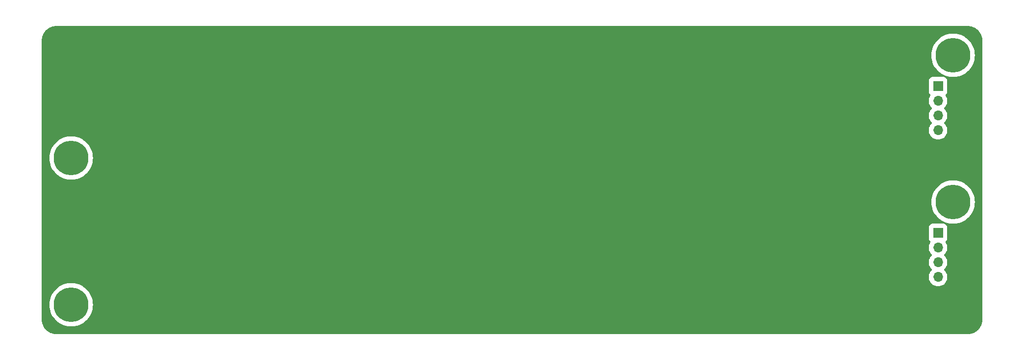
<source format=gbr>
%TF.GenerationSoftware,KiCad,Pcbnew,7.0.5*%
%TF.CreationDate,2025-04-03T03:30:23-04:00*%
%TF.ProjectId,fuck_it_stepper_2,6675636b-5f69-4745-9f73-746570706572,rev?*%
%TF.SameCoordinates,Original*%
%TF.FileFunction,Copper,L2,Bot*%
%TF.FilePolarity,Positive*%
%FSLAX46Y46*%
G04 Gerber Fmt 4.6, Leading zero omitted, Abs format (unit mm)*
G04 Created by KiCad (PCBNEW 7.0.5) date 2025-04-03 03:30:23*
%MOMM*%
%LPD*%
G01*
G04 APERTURE LIST*
%TA.AperFunction,ComponentPad*%
%ADD10R,1.700000X1.700000*%
%TD*%
%TA.AperFunction,ComponentPad*%
%ADD11O,1.700000X1.700000*%
%TD*%
%TA.AperFunction,ViaPad*%
%ADD12C,0.800000*%
%TD*%
%TA.AperFunction,ViaPad*%
%ADD13C,6.000000*%
%TD*%
G04 APERTURE END LIST*
D10*
%TO.P,J2,1,Pin_1*%
%TO.N,/H-bridge/input_i_sns_1*%
X190443000Y-56144000D03*
D11*
%TO.P,J2,2,Pin_2*%
%TO.N,/H-bridge/inject_OC_thresh_1*%
X190443000Y-58684000D03*
%TO.P,J2,3,Pin_3*%
%TO.N,/H-bridge/enable_n_1_cmos*%
X190443000Y-61224000D03*
%TO.P,J2,4,Pin_4*%
%TO.N,/H-bridge/v_sns_1*%
X190443000Y-63764000D03*
%TD*%
D10*
%TO.P,J1,1,Pin_1*%
%TO.N,/H-bridge/input_i_sns_0*%
X190443000Y-30744000D03*
D11*
%TO.P,J1,2,Pin_2*%
%TO.N,/H-bridge/inject_OC_thresh_0*%
X190443000Y-33284000D03*
%TO.P,J1,3,Pin_3*%
%TO.N,/H-bridge/enable_n_0_cmos*%
X190443000Y-35824000D03*
%TO.P,J1,4,Pin_4*%
%TO.N,/H-bridge/v_sns_0*%
X190443000Y-38364000D03*
%TD*%
D12*
%TO.N,GND*%
X177038000Y-64516000D03*
X176022000Y-64516000D03*
X175006000Y-64516000D03*
X177292000Y-39116000D03*
X176276000Y-39116000D03*
X175260000Y-39116000D03*
X155956000Y-71374000D03*
X157988000Y-71374000D03*
X156972000Y-71374000D03*
X158750000Y-70358000D03*
X158750000Y-68326000D03*
X158750000Y-69342000D03*
X155956000Y-45974000D03*
X157988000Y-45974000D03*
X156972000Y-45974000D03*
X159258000Y-44958000D03*
X159258000Y-43942000D03*
X159258000Y-42926000D03*
X162306000Y-38608000D03*
X162306000Y-64008000D03*
X175260000Y-68580000D03*
X175006000Y-43180000D03*
X175006000Y-33020000D03*
X175006000Y-57912000D03*
D13*
X193040000Y-43180000D03*
%TO.N,/H-bridge/5v_1*%
X40640000Y-68580000D03*
%TO.N,+12V*%
X193040000Y-50800000D03*
%TO.N,GND*%
X40640000Y-50800000D03*
X40640000Y-25400000D03*
%TO.N,/H-bridge/5v_0*%
X40640000Y-43180000D03*
%TO.N,+12V*%
X193040000Y-25400000D03*
%TO.N,GND*%
X193040001Y-68580000D03*
%TD*%
%TA.AperFunction,Conductor*%
%TO.N,GND*%
G36*
X195581736Y-20320598D02*
G01*
X195616351Y-20322541D01*
X195695549Y-20326989D01*
X195867691Y-20337401D01*
X195874299Y-20338161D01*
X196010416Y-20361288D01*
X196159232Y-20388561D01*
X196165198Y-20389963D01*
X196301426Y-20429209D01*
X196302624Y-20429569D01*
X196442830Y-20473259D01*
X196448092Y-20475164D01*
X196580617Y-20530058D01*
X196582227Y-20530754D01*
X196714609Y-20590334D01*
X196719147Y-20592605D01*
X196845385Y-20662374D01*
X196847451Y-20663568D01*
X196891408Y-20690141D01*
X196970934Y-20738217D01*
X196974738Y-20740711D01*
X197092726Y-20824427D01*
X197095072Y-20826176D01*
X197190416Y-20900874D01*
X197208332Y-20914910D01*
X197211409Y-20917486D01*
X197319430Y-21014018D01*
X197321957Y-21016408D01*
X197423590Y-21118041D01*
X197425980Y-21120568D01*
X197522512Y-21228589D01*
X197525088Y-21231666D01*
X197613811Y-21344912D01*
X197615571Y-21347272D01*
X197699287Y-21465260D01*
X197701781Y-21469064D01*
X197776419Y-21592528D01*
X197777624Y-21594613D01*
X197847393Y-21720851D01*
X197849668Y-21725398D01*
X197909216Y-21857707D01*
X197909959Y-21859426D01*
X197964831Y-21991899D01*
X197966744Y-21997183D01*
X198010413Y-22137322D01*
X198010798Y-22138604D01*
X198050032Y-22274789D01*
X198051440Y-22280780D01*
X198078722Y-22429655D01*
X198101835Y-22565683D01*
X198102599Y-22572330D01*
X198113013Y-22744508D01*
X198119402Y-22858263D01*
X198119500Y-22861740D01*
X198119500Y-71118259D01*
X198119402Y-71121736D01*
X198113013Y-71235490D01*
X198102599Y-71407668D01*
X198101835Y-71414315D01*
X198078722Y-71550343D01*
X198051440Y-71699218D01*
X198050032Y-71705209D01*
X198010798Y-71841394D01*
X198010413Y-71842676D01*
X197966744Y-71982815D01*
X197964831Y-71988099D01*
X197909959Y-72120572D01*
X197909216Y-72122291D01*
X197849668Y-72254600D01*
X197847393Y-72259147D01*
X197777624Y-72385385D01*
X197776419Y-72387470D01*
X197701781Y-72510934D01*
X197699287Y-72514738D01*
X197615571Y-72632726D01*
X197613811Y-72635086D01*
X197525088Y-72748332D01*
X197522512Y-72751409D01*
X197425980Y-72859430D01*
X197423590Y-72861957D01*
X197321957Y-72963590D01*
X197319430Y-72965980D01*
X197211409Y-73062512D01*
X197208332Y-73065088D01*
X197095086Y-73153811D01*
X197092726Y-73155571D01*
X196974738Y-73239287D01*
X196970934Y-73241781D01*
X196847470Y-73316419D01*
X196845385Y-73317624D01*
X196719147Y-73387393D01*
X196714600Y-73389668D01*
X196582291Y-73449216D01*
X196580572Y-73449959D01*
X196448099Y-73504831D01*
X196442815Y-73506744D01*
X196302676Y-73550413D01*
X196301394Y-73550798D01*
X196165209Y-73590032D01*
X196159218Y-73591440D01*
X196010343Y-73618722D01*
X195874315Y-73641835D01*
X195867668Y-73642599D01*
X195695490Y-73653013D01*
X195581736Y-73659402D01*
X195578259Y-73659500D01*
X38101741Y-73659500D01*
X38098264Y-73659402D01*
X37984508Y-73653013D01*
X37812330Y-73642599D01*
X37805683Y-73641835D01*
X37669655Y-73618722D01*
X37520780Y-73591440D01*
X37514789Y-73590032D01*
X37378604Y-73550798D01*
X37377322Y-73550413D01*
X37237183Y-73506744D01*
X37231899Y-73504831D01*
X37099426Y-73449959D01*
X37097707Y-73449216D01*
X36965398Y-73389668D01*
X36960851Y-73387393D01*
X36834613Y-73317624D01*
X36832528Y-73316419D01*
X36709064Y-73241781D01*
X36705260Y-73239287D01*
X36587272Y-73155571D01*
X36584912Y-73153811D01*
X36471666Y-73065088D01*
X36468589Y-73062512D01*
X36360568Y-72965980D01*
X36358041Y-72963590D01*
X36256408Y-72861957D01*
X36254018Y-72859430D01*
X36157486Y-72751409D01*
X36154910Y-72748332D01*
X36140874Y-72730416D01*
X36066176Y-72635072D01*
X36064427Y-72632726D01*
X35980711Y-72514738D01*
X35978217Y-72510934D01*
X35903579Y-72387470D01*
X35902374Y-72385385D01*
X35832605Y-72259147D01*
X35830330Y-72254600D01*
X35770754Y-72122227D01*
X35770058Y-72120617D01*
X35715164Y-71988092D01*
X35713259Y-71982830D01*
X35669569Y-71842624D01*
X35669200Y-71841394D01*
X35664307Y-71824409D01*
X35629963Y-71705198D01*
X35628561Y-71699232D01*
X35601288Y-71550416D01*
X35578161Y-71414299D01*
X35577401Y-71407691D01*
X35566986Y-71235490D01*
X35562686Y-71158927D01*
X35560598Y-71121735D01*
X35560500Y-71118259D01*
X35560500Y-68580000D01*
X36884680Y-68580000D01*
X36903946Y-68959918D01*
X36961551Y-69335935D01*
X37056904Y-69704212D01*
X37189016Y-70060925D01*
X37189022Y-70060940D01*
X37356548Y-70402463D01*
X37356553Y-70402472D01*
X37557771Y-70725295D01*
X37790620Y-71026112D01*
X38052709Y-71301829D01*
X38341343Y-71549614D01*
X38411476Y-71598428D01*
X38653571Y-71766931D01*
X38986179Y-71951543D01*
X39335758Y-72101559D01*
X39335761Y-72101560D01*
X39335766Y-72101562D01*
X39698709Y-72215436D01*
X39698712Y-72215436D01*
X39698720Y-72215439D01*
X40071340Y-72292015D01*
X40374104Y-72322803D01*
X40449795Y-72330500D01*
X40449796Y-72330500D01*
X40830205Y-72330500D01*
X40893279Y-72324085D01*
X41208660Y-72292015D01*
X41581280Y-72215439D01*
X41581290Y-72215436D01*
X41944233Y-72101562D01*
X41944234Y-72101561D01*
X41944242Y-72101559D01*
X42293821Y-71951543D01*
X42626429Y-71766931D01*
X42938654Y-71549616D01*
X43227291Y-71301829D01*
X43489380Y-71026112D01*
X43722229Y-70725295D01*
X43923451Y-70402464D01*
X44090981Y-70060932D01*
X44223098Y-69704204D01*
X44318448Y-69335940D01*
X44376053Y-68959919D01*
X44395320Y-68580000D01*
X44376053Y-68200081D01*
X44318448Y-67824060D01*
X44223098Y-67455796D01*
X44090981Y-67099068D01*
X43923451Y-66757536D01*
X43923446Y-66757527D01*
X43722228Y-66434704D01*
X43489384Y-66133893D01*
X43489383Y-66133892D01*
X43489380Y-66133888D01*
X43227291Y-65858171D01*
X43227290Y-65858170D01*
X42938656Y-65610385D01*
X42626429Y-65393069D01*
X42626424Y-65393066D01*
X42293820Y-65208456D01*
X41944233Y-65058437D01*
X41581290Y-64944563D01*
X41581284Y-64944562D01*
X41581281Y-64944561D01*
X41581280Y-64944561D01*
X41208660Y-64867985D01*
X41208659Y-64867984D01*
X41208655Y-64867984D01*
X40830205Y-64829500D01*
X40830204Y-64829500D01*
X40449796Y-64829500D01*
X40449795Y-64829500D01*
X40071344Y-64867984D01*
X39698715Y-64944562D01*
X39698709Y-64944563D01*
X39335766Y-65058437D01*
X38986179Y-65208456D01*
X38653575Y-65393066D01*
X38653570Y-65393069D01*
X38341343Y-65610385D01*
X38052709Y-65858170D01*
X37790615Y-66133893D01*
X37557771Y-66434704D01*
X37356553Y-66757527D01*
X37356548Y-66757536D01*
X37189022Y-67099059D01*
X37189016Y-67099074D01*
X37056904Y-67455787D01*
X36961551Y-67824064D01*
X36903946Y-68200081D01*
X36884680Y-68580000D01*
X35560500Y-68580000D01*
X35560500Y-63764000D01*
X188837551Y-63764000D01*
X188857317Y-64015151D01*
X188916126Y-64260110D01*
X189012533Y-64492859D01*
X189144160Y-64707653D01*
X189144161Y-64707656D01*
X189144164Y-64707659D01*
X189307776Y-64899224D01*
X189456066Y-65025875D01*
X189499343Y-65062838D01*
X189499346Y-65062839D01*
X189714140Y-65194466D01*
X189747918Y-65208457D01*
X189946889Y-65290873D01*
X190191852Y-65349683D01*
X190443000Y-65369449D01*
X190694148Y-65349683D01*
X190939111Y-65290873D01*
X191171859Y-65194466D01*
X191386659Y-65062836D01*
X191578224Y-64899224D01*
X191741836Y-64707659D01*
X191873466Y-64492859D01*
X191969873Y-64260111D01*
X192028683Y-64015148D01*
X192048449Y-63764000D01*
X192028683Y-63512852D01*
X191969873Y-63267889D01*
X191873466Y-63035141D01*
X191873466Y-63035140D01*
X191741839Y-62820346D01*
X191741838Y-62820343D01*
X191578224Y-62628776D01*
X191530819Y-62588289D01*
X191492627Y-62529784D01*
X191492128Y-62459916D01*
X191529482Y-62400870D01*
X191530756Y-62399764D01*
X191578224Y-62359224D01*
X191741836Y-62167659D01*
X191873466Y-61952859D01*
X191969873Y-61720111D01*
X192028683Y-61475148D01*
X192048449Y-61224000D01*
X192028683Y-60972852D01*
X191969873Y-60727889D01*
X191873466Y-60495141D01*
X191873466Y-60495140D01*
X191741839Y-60280346D01*
X191741838Y-60280343D01*
X191704875Y-60237066D01*
X191578224Y-60088776D01*
X191530820Y-60048289D01*
X191492627Y-59989782D01*
X191492129Y-59919914D01*
X191529483Y-59860868D01*
X191530669Y-59859839D01*
X191578224Y-59819224D01*
X191741836Y-59627659D01*
X191873466Y-59412859D01*
X191969873Y-59180111D01*
X192028683Y-58935148D01*
X192048449Y-58684000D01*
X192028683Y-58432852D01*
X191969873Y-58187889D01*
X191873466Y-57955141D01*
X191873466Y-57955140D01*
X191742070Y-57740722D01*
X191723825Y-57673276D01*
X191744941Y-57606674D01*
X191760116Y-57588250D01*
X191761650Y-57586715D01*
X191761656Y-57586712D01*
X191885712Y-57462656D01*
X191977814Y-57313334D01*
X192032999Y-57146797D01*
X192043500Y-57044009D01*
X192043499Y-55243992D01*
X192032999Y-55141203D01*
X191977814Y-54974666D01*
X191885712Y-54825344D01*
X191761656Y-54701288D01*
X191612334Y-54609186D01*
X191445797Y-54554001D01*
X191445795Y-54554000D01*
X191343010Y-54543500D01*
X189542998Y-54543500D01*
X189542981Y-54543501D01*
X189440203Y-54554000D01*
X189440200Y-54554001D01*
X189273668Y-54609185D01*
X189273663Y-54609187D01*
X189124342Y-54701289D01*
X189000289Y-54825342D01*
X188908187Y-54974663D01*
X188908185Y-54974666D01*
X188908186Y-54974666D01*
X188853001Y-55141203D01*
X188853001Y-55141204D01*
X188853000Y-55141204D01*
X188842500Y-55243983D01*
X188842500Y-57044001D01*
X188842501Y-57044018D01*
X188853000Y-57146796D01*
X188853001Y-57146799D01*
X188908185Y-57313331D01*
X188908187Y-57313336D01*
X189000289Y-57462657D01*
X189125883Y-57588251D01*
X189159368Y-57649574D01*
X189154384Y-57719266D01*
X189143930Y-57740722D01*
X189012531Y-57955145D01*
X188916126Y-58187889D01*
X188857317Y-58432848D01*
X188837551Y-58683999D01*
X188857317Y-58935151D01*
X188916126Y-59180110D01*
X189012533Y-59412859D01*
X189144160Y-59627653D01*
X189144161Y-59627656D01*
X189144164Y-59627659D01*
X189307776Y-59819224D01*
X189355179Y-59859710D01*
X189393371Y-59918215D01*
X189393871Y-59988083D01*
X189356517Y-60047129D01*
X189355180Y-60048288D01*
X189307777Y-60088775D01*
X189144161Y-60280343D01*
X189144160Y-60280346D01*
X189012533Y-60495140D01*
X188916126Y-60727889D01*
X188857317Y-60972848D01*
X188837551Y-61223999D01*
X188857317Y-61475151D01*
X188916126Y-61720110D01*
X189012533Y-61952859D01*
X189144160Y-62167653D01*
X189144161Y-62167656D01*
X189144164Y-62167659D01*
X189307776Y-62359224D01*
X189355178Y-62399709D01*
X189355179Y-62399710D01*
X189393372Y-62458217D01*
X189393870Y-62528085D01*
X189356516Y-62587131D01*
X189355179Y-62588290D01*
X189307776Y-62628776D01*
X189144161Y-62820343D01*
X189144160Y-62820346D01*
X189012533Y-63035140D01*
X188916126Y-63267889D01*
X188857317Y-63512848D01*
X188837551Y-63764000D01*
X35560500Y-63764000D01*
X35560500Y-50800000D01*
X189284680Y-50800000D01*
X189303946Y-51179918D01*
X189361551Y-51555935D01*
X189456904Y-51924212D01*
X189589016Y-52280925D01*
X189589022Y-52280940D01*
X189756548Y-52622463D01*
X189756553Y-52622472D01*
X189957770Y-52945294D01*
X189957771Y-52945295D01*
X190190620Y-53246112D01*
X190452708Y-53521828D01*
X190452709Y-53521829D01*
X190741343Y-53769614D01*
X190741346Y-53769616D01*
X191053571Y-53986931D01*
X191386179Y-54171543D01*
X191735758Y-54321559D01*
X191735761Y-54321560D01*
X191735766Y-54321562D01*
X192098709Y-54435436D01*
X192098712Y-54435436D01*
X192098720Y-54435439D01*
X192471340Y-54512015D01*
X192774104Y-54542802D01*
X192849795Y-54550500D01*
X192849796Y-54550500D01*
X193230205Y-54550500D01*
X193299041Y-54543500D01*
X193608660Y-54512015D01*
X193981280Y-54435439D01*
X193981290Y-54435436D01*
X194344233Y-54321562D01*
X194344234Y-54321561D01*
X194344242Y-54321559D01*
X194693821Y-54171543D01*
X195026429Y-53986931D01*
X195338654Y-53769616D01*
X195627291Y-53521829D01*
X195889380Y-53246112D01*
X196122229Y-52945295D01*
X196323451Y-52622464D01*
X196490981Y-52280932D01*
X196623098Y-51924204D01*
X196718448Y-51555940D01*
X196776053Y-51179919D01*
X196795320Y-50800000D01*
X196776053Y-50420081D01*
X196718448Y-50044060D01*
X196623098Y-49675796D01*
X196490981Y-49319068D01*
X196323451Y-48977536D01*
X196323446Y-48977527D01*
X196122228Y-48654704D01*
X195889384Y-48353893D01*
X195889383Y-48353892D01*
X195889380Y-48353888D01*
X195627291Y-48078171D01*
X195627290Y-48078170D01*
X195338656Y-47830385D01*
X195026429Y-47613069D01*
X195026424Y-47613066D01*
X194693820Y-47428456D01*
X194344233Y-47278437D01*
X193981290Y-47164563D01*
X193981284Y-47164562D01*
X193981281Y-47164561D01*
X193981280Y-47164561D01*
X193608660Y-47087985D01*
X193608659Y-47087984D01*
X193608655Y-47087984D01*
X193230205Y-47049500D01*
X193230204Y-47049500D01*
X192849796Y-47049500D01*
X192849795Y-47049500D01*
X192471344Y-47087984D01*
X192098715Y-47164562D01*
X192098709Y-47164563D01*
X191735766Y-47278437D01*
X191386179Y-47428456D01*
X191053575Y-47613066D01*
X191053570Y-47613069D01*
X190741343Y-47830385D01*
X190452709Y-48078170D01*
X190190615Y-48353893D01*
X189957771Y-48654704D01*
X189756553Y-48977527D01*
X189756548Y-48977536D01*
X189589022Y-49319059D01*
X189589016Y-49319074D01*
X189456904Y-49675787D01*
X189361551Y-50044064D01*
X189303946Y-50420081D01*
X189284680Y-50800000D01*
X35560500Y-50800000D01*
X35560500Y-43180000D01*
X36884680Y-43180000D01*
X36903946Y-43559918D01*
X36961551Y-43935935D01*
X37056904Y-44304212D01*
X37189016Y-44660925D01*
X37189022Y-44660940D01*
X37356548Y-45002463D01*
X37356553Y-45002472D01*
X37557771Y-45325295D01*
X37790620Y-45626112D01*
X38052708Y-45901828D01*
X38052709Y-45901829D01*
X38341343Y-46149614D01*
X38341346Y-46149616D01*
X38653571Y-46366931D01*
X38986179Y-46551543D01*
X39335758Y-46701559D01*
X39335761Y-46701560D01*
X39335766Y-46701562D01*
X39698709Y-46815436D01*
X39698712Y-46815436D01*
X39698720Y-46815439D01*
X40071340Y-46892015D01*
X40374104Y-46922802D01*
X40449795Y-46930500D01*
X40449796Y-46930500D01*
X40830205Y-46930500D01*
X40893280Y-46924085D01*
X41208660Y-46892015D01*
X41581280Y-46815439D01*
X41581290Y-46815436D01*
X41944233Y-46701562D01*
X41944234Y-46701561D01*
X41944242Y-46701559D01*
X42293821Y-46551543D01*
X42626429Y-46366931D01*
X42938654Y-46149616D01*
X43227291Y-45901829D01*
X43489380Y-45626112D01*
X43722229Y-45325295D01*
X43923451Y-45002464D01*
X44090981Y-44660932D01*
X44223098Y-44304204D01*
X44318448Y-43935940D01*
X44376053Y-43559919D01*
X44395320Y-43180000D01*
X44376053Y-42800081D01*
X44318448Y-42424060D01*
X44223098Y-42055796D01*
X44090981Y-41699068D01*
X43923451Y-41357536D01*
X43923446Y-41357527D01*
X43722228Y-41034704D01*
X43489384Y-40733893D01*
X43489383Y-40733892D01*
X43489380Y-40733888D01*
X43227291Y-40458171D01*
X43227290Y-40458170D01*
X42938656Y-40210385D01*
X42626429Y-39993069D01*
X42626424Y-39993066D01*
X42293820Y-39808456D01*
X41944233Y-39658437D01*
X41581290Y-39544563D01*
X41581284Y-39544562D01*
X41581281Y-39544561D01*
X41581280Y-39544561D01*
X41208660Y-39467985D01*
X41208659Y-39467984D01*
X41208655Y-39467984D01*
X40830205Y-39429500D01*
X40830204Y-39429500D01*
X40449796Y-39429500D01*
X40449795Y-39429500D01*
X40071344Y-39467984D01*
X39698715Y-39544562D01*
X39698709Y-39544563D01*
X39335766Y-39658437D01*
X38986179Y-39808456D01*
X38653575Y-39993066D01*
X38653570Y-39993069D01*
X38341343Y-40210385D01*
X38052709Y-40458170D01*
X37790615Y-40733893D01*
X37557771Y-41034704D01*
X37356553Y-41357527D01*
X37356548Y-41357536D01*
X37189022Y-41699059D01*
X37189016Y-41699074D01*
X37056904Y-42055787D01*
X36961551Y-42424064D01*
X36903946Y-42800081D01*
X36884680Y-43180000D01*
X35560500Y-43180000D01*
X35560500Y-38364000D01*
X188837551Y-38364000D01*
X188857317Y-38615151D01*
X188916126Y-38860110D01*
X189012533Y-39092859D01*
X189144160Y-39307653D01*
X189144161Y-39307656D01*
X189144164Y-39307659D01*
X189307776Y-39499224D01*
X189456066Y-39625875D01*
X189499343Y-39662838D01*
X189499346Y-39662839D01*
X189714140Y-39794466D01*
X189747918Y-39808457D01*
X189946889Y-39890873D01*
X190191852Y-39949683D01*
X190443000Y-39969449D01*
X190694148Y-39949683D01*
X190939111Y-39890873D01*
X191171859Y-39794466D01*
X191386659Y-39662836D01*
X191578224Y-39499224D01*
X191741836Y-39307659D01*
X191873466Y-39092859D01*
X191969873Y-38860111D01*
X192028683Y-38615148D01*
X192048449Y-38364000D01*
X192028683Y-38112852D01*
X191969873Y-37867889D01*
X191873466Y-37635141D01*
X191873466Y-37635140D01*
X191741839Y-37420346D01*
X191741838Y-37420343D01*
X191578224Y-37228776D01*
X191578215Y-37228768D01*
X191530819Y-37188289D01*
X191492627Y-37129784D01*
X191492128Y-37059916D01*
X191529482Y-37000870D01*
X191530756Y-36999764D01*
X191578224Y-36959224D01*
X191741836Y-36767659D01*
X191873466Y-36552859D01*
X191969873Y-36320111D01*
X192028683Y-36075148D01*
X192048449Y-35824000D01*
X192028683Y-35572852D01*
X191969873Y-35327889D01*
X191873466Y-35095141D01*
X191873466Y-35095140D01*
X191741839Y-34880346D01*
X191741838Y-34880343D01*
X191578224Y-34688776D01*
X191578223Y-34688775D01*
X191530819Y-34648288D01*
X191492627Y-34589784D01*
X191492128Y-34519916D01*
X191529482Y-34460870D01*
X191530769Y-34459753D01*
X191578224Y-34419224D01*
X191741836Y-34227659D01*
X191873466Y-34012859D01*
X191969873Y-33780111D01*
X192028683Y-33535148D01*
X192048449Y-33284000D01*
X192028683Y-33032852D01*
X191969873Y-32787889D01*
X191873466Y-32555141D01*
X191873466Y-32555140D01*
X191742070Y-32340722D01*
X191723825Y-32273276D01*
X191744941Y-32206674D01*
X191760116Y-32188250D01*
X191761650Y-32186715D01*
X191761656Y-32186712D01*
X191885712Y-32062656D01*
X191977814Y-31913334D01*
X192032999Y-31746797D01*
X192043500Y-31644009D01*
X192043499Y-29843992D01*
X192032999Y-29741203D01*
X191977814Y-29574666D01*
X191885712Y-29425344D01*
X191761656Y-29301288D01*
X191612334Y-29209186D01*
X191445797Y-29154001D01*
X191445795Y-29154000D01*
X191343010Y-29143500D01*
X189542998Y-29143500D01*
X189542981Y-29143501D01*
X189440203Y-29154000D01*
X189440200Y-29154001D01*
X189273668Y-29209185D01*
X189273663Y-29209187D01*
X189124342Y-29301289D01*
X189000289Y-29425342D01*
X188908187Y-29574663D01*
X188908185Y-29574666D01*
X188908186Y-29574666D01*
X188853001Y-29741203D01*
X188853001Y-29741204D01*
X188853000Y-29741204D01*
X188842500Y-29843983D01*
X188842500Y-31644001D01*
X188842501Y-31644018D01*
X188853000Y-31746796D01*
X188853001Y-31746799D01*
X188908185Y-31913331D01*
X188908187Y-31913336D01*
X189000289Y-32062657D01*
X189125883Y-32188251D01*
X189159368Y-32249574D01*
X189154384Y-32319266D01*
X189143930Y-32340722D01*
X189012531Y-32555145D01*
X188916126Y-32787889D01*
X188857317Y-33032848D01*
X188837551Y-33283999D01*
X188857317Y-33535151D01*
X188916126Y-33780110D01*
X189012533Y-34012859D01*
X189144160Y-34227653D01*
X189144161Y-34227656D01*
X189144164Y-34227659D01*
X189307776Y-34419224D01*
X189355179Y-34459710D01*
X189393371Y-34518215D01*
X189393871Y-34588083D01*
X189356517Y-34647129D01*
X189355180Y-34648288D01*
X189307777Y-34688775D01*
X189144161Y-34880343D01*
X189144160Y-34880346D01*
X189012533Y-35095140D01*
X188916126Y-35327889D01*
X188857317Y-35572848D01*
X188837551Y-35824000D01*
X188857317Y-36075151D01*
X188916126Y-36320110D01*
X189012533Y-36552859D01*
X189144160Y-36767653D01*
X189144161Y-36767656D01*
X189144164Y-36767659D01*
X189307776Y-36959224D01*
X189352507Y-36997428D01*
X189355178Y-36999709D01*
X189393371Y-37058216D01*
X189393869Y-37128084D01*
X189356515Y-37187130D01*
X189355179Y-37188288D01*
X189307783Y-37228768D01*
X189307776Y-37228776D01*
X189144161Y-37420343D01*
X189144160Y-37420346D01*
X189012533Y-37635140D01*
X188916126Y-37867889D01*
X188857317Y-38112848D01*
X188837551Y-38364000D01*
X35560500Y-38364000D01*
X35560500Y-25400000D01*
X189284680Y-25400000D01*
X189303946Y-25779918D01*
X189361551Y-26155935D01*
X189456904Y-26524212D01*
X189589016Y-26880925D01*
X189589022Y-26880940D01*
X189756548Y-27222463D01*
X189756553Y-27222472D01*
X189957770Y-27545294D01*
X189957771Y-27545295D01*
X190190620Y-27846112D01*
X190452709Y-28121828D01*
X190452709Y-28121829D01*
X190741343Y-28369614D01*
X190741346Y-28369616D01*
X191053571Y-28586931D01*
X191386179Y-28771543D01*
X191735758Y-28921559D01*
X191735761Y-28921560D01*
X191735766Y-28921562D01*
X192098709Y-29035436D01*
X192098712Y-29035436D01*
X192098720Y-29035439D01*
X192471340Y-29112015D01*
X192774104Y-29142803D01*
X192849795Y-29150500D01*
X192849796Y-29150500D01*
X193230205Y-29150500D01*
X193299041Y-29143500D01*
X193608660Y-29112015D01*
X193981280Y-29035439D01*
X193981290Y-29035436D01*
X194344233Y-28921562D01*
X194344234Y-28921561D01*
X194344242Y-28921559D01*
X194693821Y-28771543D01*
X195026429Y-28586931D01*
X195338654Y-28369616D01*
X195627291Y-28121829D01*
X195889380Y-27846112D01*
X196122229Y-27545295D01*
X196323451Y-27222464D01*
X196490981Y-26880932D01*
X196623098Y-26524204D01*
X196718448Y-26155940D01*
X196776053Y-25779919D01*
X196795320Y-25400000D01*
X196776053Y-25020081D01*
X196718448Y-24644060D01*
X196623098Y-24275796D01*
X196490981Y-23919068D01*
X196323451Y-23577536D01*
X196323446Y-23577527D01*
X196122228Y-23254704D01*
X195889384Y-22953893D01*
X195889383Y-22953892D01*
X195889380Y-22953888D01*
X195627291Y-22678171D01*
X195627290Y-22678170D01*
X195338656Y-22430385D01*
X195026429Y-22213069D01*
X195026424Y-22213066D01*
X194693820Y-22028456D01*
X194344233Y-21878437D01*
X193981290Y-21764563D01*
X193981284Y-21764562D01*
X193981281Y-21764561D01*
X193981280Y-21764561D01*
X193608660Y-21687985D01*
X193608659Y-21687984D01*
X193608655Y-21687984D01*
X193230205Y-21649500D01*
X193230204Y-21649500D01*
X192849796Y-21649500D01*
X192849795Y-21649500D01*
X192471344Y-21687984D01*
X192098715Y-21764562D01*
X192098709Y-21764563D01*
X191735766Y-21878437D01*
X191386179Y-22028456D01*
X191053575Y-22213066D01*
X191053570Y-22213069D01*
X190741343Y-22430385D01*
X190452709Y-22678170D01*
X190190615Y-22953893D01*
X189957771Y-23254704D01*
X189756553Y-23577527D01*
X189756548Y-23577536D01*
X189589022Y-23919059D01*
X189589016Y-23919074D01*
X189456904Y-24275787D01*
X189361551Y-24644064D01*
X189303946Y-25020081D01*
X189284680Y-25400000D01*
X35560500Y-25400000D01*
X35560500Y-22861740D01*
X35560598Y-22858264D01*
X35561875Y-22835501D01*
X35566998Y-22744288D01*
X35577401Y-22572304D01*
X35578160Y-22565704D01*
X35601281Y-22429623D01*
X35628562Y-22280758D01*
X35629960Y-22274810D01*
X35669225Y-22138518D01*
X35669552Y-22137428D01*
X35713264Y-21997155D01*
X35715159Y-21991921D01*
X35770080Y-21859330D01*
X35770732Y-21857820D01*
X35830343Y-21725370D01*
X35832599Y-21720861D01*
X35902393Y-21594579D01*
X35903542Y-21592591D01*
X35978221Y-21469057D01*
X35980701Y-21465274D01*
X36064461Y-21347226D01*
X36066145Y-21344967D01*
X36154932Y-21231638D01*
X36157472Y-21228605D01*
X36254052Y-21120531D01*
X36256373Y-21118077D01*
X36358077Y-21016373D01*
X36360531Y-21014052D01*
X36468605Y-20917472D01*
X36471638Y-20914932D01*
X36584967Y-20826145D01*
X36587226Y-20824461D01*
X36705274Y-20740701D01*
X36709057Y-20738221D01*
X36832591Y-20663542D01*
X36834579Y-20662393D01*
X36960861Y-20592599D01*
X36965370Y-20590343D01*
X37097820Y-20530732D01*
X37099330Y-20530080D01*
X37231921Y-20475159D01*
X37237155Y-20473264D01*
X37377428Y-20429552D01*
X37378518Y-20429225D01*
X37514810Y-20389960D01*
X37520758Y-20388562D01*
X37669626Y-20361281D01*
X37805704Y-20338160D01*
X37812304Y-20337401D01*
X37984288Y-20326998D01*
X38075501Y-20321875D01*
X38098264Y-20320598D01*
X38101740Y-20320500D01*
X195578260Y-20320500D01*
X195581736Y-20320598D01*
G37*
%TD.AperFunction*%
%TD*%
M02*

</source>
